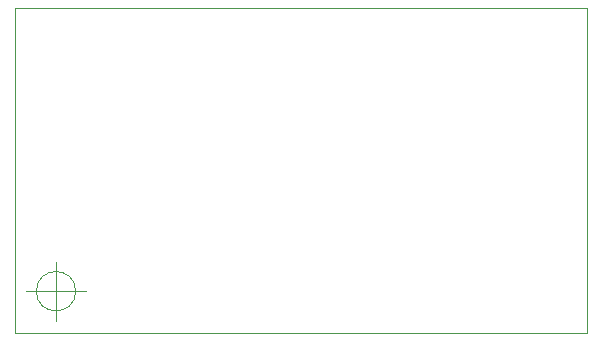
<source format=gbr>
G04 #@! TF.GenerationSoftware,KiCad,Pcbnew,(5.1.7)-1*
G04 #@! TF.CreationDate,2020-12-10T20:10:59+02:00*
G04 #@! TF.ProjectId,hum_temp_sensor,68756d5f-7465-46d7-905f-73656e736f72,rev?*
G04 #@! TF.SameCoordinates,Original*
G04 #@! TF.FileFunction,Profile,NP*
%FSLAX46Y46*%
G04 Gerber Fmt 4.6, Leading zero omitted, Abs format (unit mm)*
G04 Created by KiCad (PCBNEW (5.1.7)-1) date 2020-12-10 20:10:59*
%MOMM*%
%LPD*%
G01*
G04 APERTURE LIST*
G04 #@! TA.AperFunction,Profile*
%ADD10C,0.050000*%
G04 #@! TD*
G04 APERTURE END LIST*
D10*
X90666666Y-119500000D02*
G75*
G03*
X90666666Y-119500000I-1666666J0D01*
G01*
X86500000Y-119500000D02*
X91500000Y-119500000D01*
X89000000Y-117000000D02*
X89000000Y-122000000D01*
X85500000Y-123000000D02*
X85500000Y-95500000D01*
X134000000Y-123000000D02*
X85500000Y-123000000D01*
X134000000Y-95500000D02*
X134000000Y-123000000D01*
X85500000Y-95500000D02*
X134000000Y-95500000D01*
M02*

</source>
